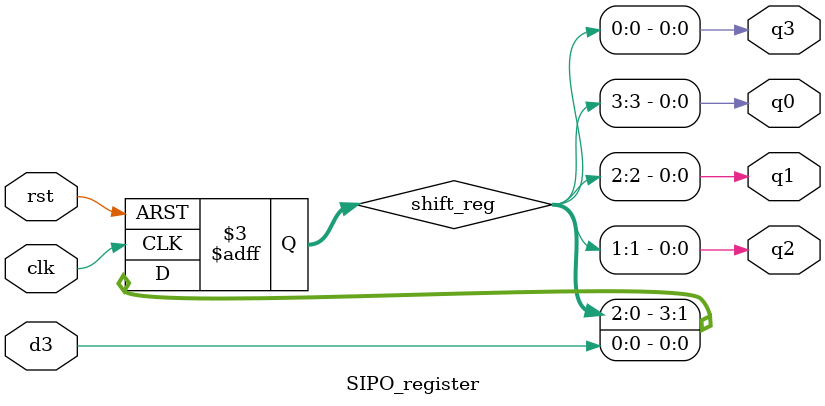
<source format=v>
module SIPO_register(input clk,rst,d3,output q3,q2,q1,q0);
reg [3:0]shift_reg;


always@(posedge clk or negedge rst)begin
	if(!rst)
		shift_reg <= 4'b0000;
	else 
		shift_reg <= {shift_reg, d3};
end
assign q3 = shift_reg[0];
assign q2 = shift_reg[1];
assign q1 = shift_reg[2];
assign q0 = shift_reg[3];
endmodule	

</source>
